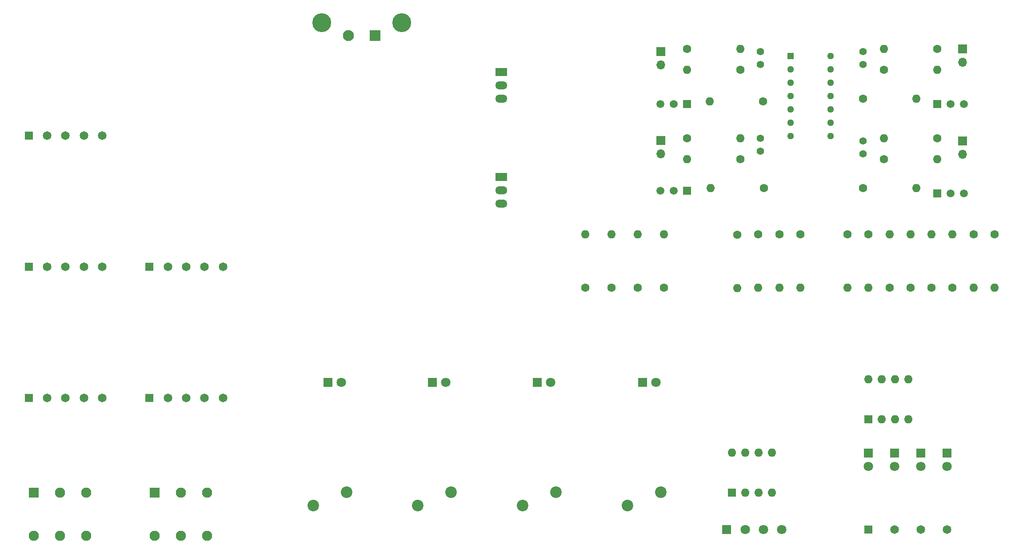
<source format=gtl>
G04 #@! TF.GenerationSoftware,KiCad,Pcbnew,8.0.5*
G04 #@! TF.CreationDate,2024-11-26T19:37:19+02:00*
G04 #@! TF.ProjectId,io_box,696f5f62-6f78-42e6-9b69-6361645f7063,rev?*
G04 #@! TF.SameCoordinates,Original*
G04 #@! TF.FileFunction,Copper,L1,Top*
G04 #@! TF.FilePolarity,Positive*
%FSLAX46Y46*%
G04 Gerber Fmt 4.6, Leading zero omitted, Abs format (unit mm)*
G04 Created by KiCad (PCBNEW 8.0.5) date 2024-11-26 19:37:19*
%MOMM*%
%LPD*%
G01*
G04 APERTURE LIST*
G04 #@! TA.AperFunction,ComponentPad*
%ADD10R,1.650000X1.650000*%
G04 #@! TD*
G04 #@! TA.AperFunction,ComponentPad*
%ADD11C,1.650000*%
G04 #@! TD*
G04 #@! TA.AperFunction,ComponentPad*
%ADD12R,1.295400X1.295400*%
G04 #@! TD*
G04 #@! TA.AperFunction,ComponentPad*
%ADD13C,1.295400*%
G04 #@! TD*
G04 #@! TA.AperFunction,ComponentPad*
%ADD14C,1.600000*%
G04 #@! TD*
G04 #@! TA.AperFunction,ComponentPad*
%ADD15O,1.600000X1.600000*%
G04 #@! TD*
G04 #@! TA.AperFunction,ComponentPad*
%ADD16C,2.200000*%
G04 #@! TD*
G04 #@! TA.AperFunction,ComponentPad*
%ADD17R,1.500000X1.500000*%
G04 #@! TD*
G04 #@! TA.AperFunction,ComponentPad*
%ADD18C,1.500000*%
G04 #@! TD*
G04 #@! TA.AperFunction,ComponentPad*
%ADD19R,1.950000X1.950000*%
G04 #@! TD*
G04 #@! TA.AperFunction,ComponentPad*
%ADD20C,1.950000*%
G04 #@! TD*
G04 #@! TA.AperFunction,ComponentPad*
%ADD21R,1.700000X1.700000*%
G04 #@! TD*
G04 #@! TA.AperFunction,ComponentPad*
%ADD22O,1.700000X1.700000*%
G04 #@! TD*
G04 #@! TA.AperFunction,ComponentPad*
%ADD23C,1.400000*%
G04 #@! TD*
G04 #@! TA.AperFunction,ComponentPad*
%ADD24R,1.800000X1.800000*%
G04 #@! TD*
G04 #@! TA.AperFunction,ComponentPad*
%ADD25C,1.800000*%
G04 #@! TD*
G04 #@! TA.AperFunction,ComponentPad*
%ADD26R,1.600000X1.600000*%
G04 #@! TD*
G04 #@! TA.AperFunction,ComponentPad*
%ADD27R,2.300000X1.500000*%
G04 #@! TD*
G04 #@! TA.AperFunction,ComponentPad*
%ADD28O,2.300000X1.500000*%
G04 #@! TD*
G04 #@! TA.AperFunction,ComponentPad*
%ADD29R,2.100000X2.100000*%
G04 #@! TD*
G04 #@! TA.AperFunction,ComponentPad*
%ADD30C,2.100000*%
G04 #@! TD*
G04 #@! TA.AperFunction,ComponentPad*
%ADD31C,3.600000*%
G04 #@! TD*
G04 APERTURE END LIST*
D10*
X59000000Y-101000000D03*
D11*
X62500000Y-101000000D03*
X66000000Y-101000000D03*
X69500000Y-101000000D03*
X73000000Y-101000000D03*
D12*
X181190000Y-35880000D03*
D13*
X181190000Y-38420000D03*
X181190000Y-40960000D03*
X181190000Y-43500000D03*
X181190000Y-46040000D03*
X181190000Y-48580000D03*
X181190000Y-51120000D03*
X188810000Y-51120000D03*
X188810000Y-48580000D03*
X188810000Y-46040000D03*
X188810000Y-43500000D03*
X188810000Y-40960000D03*
X188810000Y-38420000D03*
X188810000Y-35880000D03*
D14*
X192000000Y-69840000D03*
D15*
X192000000Y-80000000D03*
D14*
X179000000Y-69840000D03*
D15*
X179000000Y-80000000D03*
D16*
X96540000Y-118920000D03*
X90190000Y-121460000D03*
D17*
X161420000Y-61500000D03*
D18*
X158880000Y-61500000D03*
X156340000Y-61500000D03*
D17*
X209080000Y-62000000D03*
D18*
X211620000Y-62000000D03*
X214160000Y-62000000D03*
D14*
X198920000Y-38500000D03*
D15*
X209080000Y-38500000D03*
D14*
X157000000Y-80000000D03*
D15*
X157000000Y-69840000D03*
D19*
X60000000Y-119000000D03*
D20*
X60000000Y-127200000D03*
X65000000Y-119000000D03*
X65000000Y-127200000D03*
X70000000Y-119000000D03*
X70000000Y-127200000D03*
D21*
X156420000Y-34990000D03*
D22*
X156420000Y-37530000D03*
D14*
X194920000Y-61000000D03*
D15*
X205080000Y-61000000D03*
D14*
X204000000Y-80000000D03*
D15*
X204000000Y-69840000D03*
D14*
X142000000Y-80000000D03*
D15*
X142000000Y-69840000D03*
D23*
X175420000Y-51500000D03*
X175420000Y-54000000D03*
D14*
X208000000Y-80000000D03*
D15*
X208000000Y-69840000D03*
D21*
X213920000Y-52000000D03*
D22*
X213920000Y-54540000D03*
D23*
X194920000Y-52000000D03*
X194920000Y-54500000D03*
D24*
X112920000Y-98000000D03*
D25*
X115460000Y-98000000D03*
D14*
X176080000Y-61000000D03*
D15*
X165920000Y-61000000D03*
D26*
X170000000Y-119000000D03*
D15*
X172540000Y-119000000D03*
X175080000Y-119000000D03*
X177620000Y-119000000D03*
X177620000Y-111380000D03*
X175080000Y-111380000D03*
X172540000Y-111380000D03*
X170000000Y-111380000D03*
D27*
X126000000Y-58920000D03*
D28*
X126000000Y-61460000D03*
X126000000Y-64000000D03*
D10*
X36000000Y-51000000D03*
D11*
X39500000Y-51000000D03*
X43000000Y-51000000D03*
X46500000Y-51000000D03*
X50000000Y-51000000D03*
D14*
X171580000Y-55500000D03*
D15*
X161420000Y-55500000D03*
D24*
X152920000Y-98000000D03*
D25*
X155460000Y-98000000D03*
D21*
X156420000Y-51985000D03*
D22*
X156420000Y-54525000D03*
D14*
X209080000Y-34500000D03*
D15*
X198920000Y-34500000D03*
D24*
X206000000Y-111460000D03*
D25*
X206000000Y-114000000D03*
D24*
X211000000Y-111460000D03*
D25*
X211000000Y-114000000D03*
D14*
X175920000Y-44500000D03*
D15*
X165760000Y-44500000D03*
D14*
X196000000Y-69840000D03*
D15*
X196000000Y-80000000D03*
D14*
X161420000Y-51525000D03*
D15*
X171580000Y-51525000D03*
D14*
X209080000Y-51500000D03*
D15*
X198920000Y-51500000D03*
D14*
X183000000Y-69840000D03*
D15*
X183000000Y-80000000D03*
D23*
X175420000Y-35000000D03*
X175420000Y-37500000D03*
D27*
X126000000Y-38920000D03*
D28*
X126000000Y-41460000D03*
X126000000Y-44000000D03*
D17*
X161420000Y-45000000D03*
D18*
X158880000Y-45000000D03*
X156340000Y-45000000D03*
D10*
X196000000Y-126000000D03*
D11*
X201000000Y-126000000D03*
X206000000Y-126000000D03*
X211000000Y-126000000D03*
D14*
X171580000Y-38500000D03*
D15*
X161420000Y-38500000D03*
D14*
X200000000Y-80000000D03*
D15*
X200000000Y-69840000D03*
D24*
X132920000Y-98000000D03*
D25*
X135460000Y-98000000D03*
D14*
X198920000Y-55500000D03*
D15*
X209080000Y-55500000D03*
D14*
X212000000Y-80000000D03*
D15*
X212000000Y-69840000D03*
D14*
X194920000Y-44000000D03*
D15*
X205080000Y-44000000D03*
D21*
X213920000Y-34500000D03*
D22*
X213920000Y-37040000D03*
D26*
X196000000Y-105000000D03*
D15*
X198540000Y-105000000D03*
X201080000Y-105000000D03*
X203620000Y-105000000D03*
X203620000Y-97380000D03*
X201080000Y-97380000D03*
X198540000Y-97380000D03*
X196000000Y-97380000D03*
D24*
X93000000Y-98000000D03*
D25*
X95540000Y-98000000D03*
D14*
X161420000Y-34500000D03*
D15*
X171580000Y-34500000D03*
D10*
X59000000Y-76000000D03*
D11*
X62500000Y-76000000D03*
X66000000Y-76000000D03*
X69500000Y-76000000D03*
X73000000Y-76000000D03*
D14*
X171000000Y-69920000D03*
D15*
X171000000Y-80080000D03*
D17*
X209080000Y-45000000D03*
D18*
X211620000Y-45000000D03*
X214160000Y-45000000D03*
D24*
X169000000Y-126000000D03*
D25*
X172500000Y-126000000D03*
X176000000Y-126000000D03*
X179500000Y-126000000D03*
D14*
X220000000Y-69840000D03*
D15*
X220000000Y-80000000D03*
D10*
X36000000Y-101000000D03*
D11*
X39500000Y-101000000D03*
X43000000Y-101000000D03*
X46500000Y-101000000D03*
X50000000Y-101000000D03*
D14*
X175000000Y-69840000D03*
D15*
X175000000Y-80000000D03*
D14*
X147000000Y-80000000D03*
D15*
X147000000Y-69840000D03*
D29*
X102000000Y-32000000D03*
D30*
X96920000Y-32000000D03*
D31*
X107080000Y-29500000D03*
X91840000Y-29500000D03*
D24*
X196000000Y-111460000D03*
D25*
X196000000Y-114000000D03*
D23*
X194920000Y-35000000D03*
X194920000Y-37500000D03*
D16*
X156460000Y-118920000D03*
X150110000Y-121460000D03*
X116460000Y-118920000D03*
X110110000Y-121460000D03*
D19*
X37000000Y-119000000D03*
D20*
X37000000Y-127200000D03*
X42000000Y-119000000D03*
X42000000Y-127200000D03*
X47000000Y-119000000D03*
X47000000Y-127200000D03*
D24*
X201000000Y-111500000D03*
D25*
X201000000Y-114040000D03*
D14*
X152000000Y-80000000D03*
D15*
X152000000Y-69840000D03*
D10*
X36000000Y-76000000D03*
D11*
X39500000Y-76000000D03*
X43000000Y-76000000D03*
X46500000Y-76000000D03*
X50000000Y-76000000D03*
D14*
X216000000Y-69840000D03*
D15*
X216000000Y-80000000D03*
D16*
X136460000Y-118920000D03*
X130110000Y-121460000D03*
M02*

</source>
